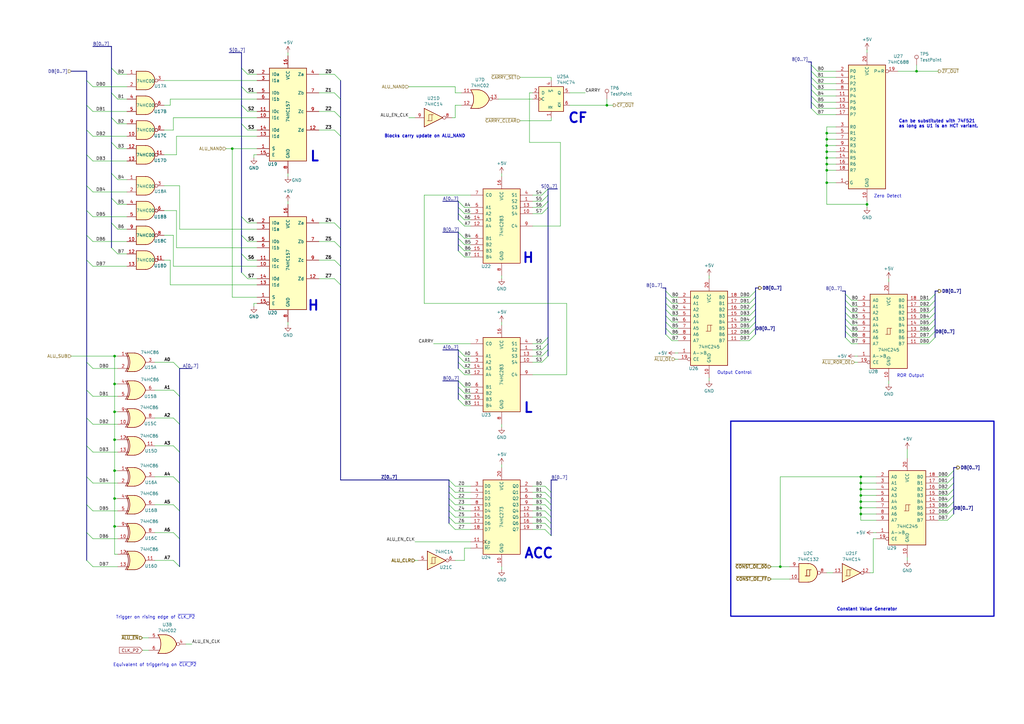
<source format=kicad_sch>
(kicad_sch (version 20231120) (generator "eeschema") (generator_version "8.0")
  (paper "A3")
  (title_block (title "TCPU816") (date "2025-01-31") (rev "1.1") (company "Designed by Kevin Williams - toastland.net") (comment 1 "STILL UNDER DEVELOPMENT"))
  (junction (at 46.99 193.04))
  (junction (at 339.09 59.69))
  (junction (at 353.06 200.66))
  (junction (at 95.25 60.96))
  (junction (at 353.06 195.58))
  (junction (at 46.99 215.9))
  (junction (at 339.09 74.93))
  (junction (at 339.09 64.77))
  (junction (at 353.06 210.82))
  (junction (at 355.6 83.82))
  (junction (at 353.06 205.74))
  (junction (at 353.06 203.2))
  (junction (at 320.04 232.41))
  (junction (at 248.92 43.18))
  (junction (at 339.09 54.61))
  (junction (at 339.09 62.23))
  (junction (at 46.99 204.47))
  (junction (at 375.92 29.21))
  (junction (at 46.99 168.91))
  (junction (at 46.99 157.48))
  (junction (at 339.09 67.31))
  (junction (at 353.06 208.28))
  (junction (at 339.09 57.15))
  (junction (at 339.09 69.85))
  (junction (at 46.99 146.05))
  (junction (at 353.06 198.12))
  (junction (at 46.99 180.34))
  (bus_entry (at 35.56 53.34) (size 2.54 2.54))
  (bus_entry (at 184.15 207.01) (size 2.54 2.54))
  (bus_entry (at 388.62 208.28) (size 2.54 -2.54))
  (bus_entry (at 222.25 148.59) (size 2.54 -2.54))
  (bus_entry (at 187.96 82.55) (size 2.54 2.54))
  (bus_entry (at 307.34 132.08) (size 2.54 -2.54))
  (bus_entry (at 184.15 212.09) (size 2.54 2.54))
  (bus_entry (at 137.16 106.68) (size 2.54 2.54))
  (bus_entry (at 99.06 88.9) (size 2.54 2.54))
  (bus_entry (at 273.05 124.46) (size 2.54 2.54))
  (bus_entry (at 187.96 151.13) (size 2.54 2.54))
  (bus_entry (at 223.52 207.01) (size 2.54 2.54))
  (bus_entry (at 99.06 96.52) (size 2.54 2.54))
  (bus_entry (at 307.34 124.46) (size 2.54 -2.54))
  (bus_entry (at 223.52 204.47) (size 2.54 2.54))
  (bus_entry (at 71.12 182.88) (size 2.54 2.54))
  (bus_entry (at 332.74 26.67) (size 2.54 2.54))
  (bus_entry (at 381 130.81) (size 2.54 -2.54))
  (bus_entry (at 381 128.27) (size 2.54 -2.54))
  (bus_entry (at 184.15 199.39) (size 2.54 2.54))
  (bus_entry (at 307.34 139.7) (size 2.54 -2.54))
  (bus_entry (at 35.56 106.68) (size 2.54 2.54))
  (bus_entry (at 222.25 87.63) (size 2.54 -2.54))
  (bus_entry (at 35.56 148.59) (size 2.54 2.54))
  (bus_entry (at 35.56 86.36) (size 2.54 2.54))
  (bus_entry (at 307.34 129.54) (size 2.54 -2.54))
  (bus_entry (at 332.74 34.29) (size 2.54 2.54))
  (bus_entry (at 184.15 209.55) (size 2.54 2.54))
  (bus_entry (at 45.72 48.26) (size 2.54 2.54))
  (bus_entry (at 346.71 123.19) (size 2.54 2.54))
  (bus_entry (at 71.12 195.58) (size 2.54 2.54))
  (bus_entry (at 187.96 102.87) (size 2.54 2.54))
  (bus_entry (at 99.06 43.18) (size 2.54 2.54))
  (bus_entry (at 273.05 121.92) (size 2.54 2.54))
  (bus_entry (at 187.96 143.51) (size 2.54 2.54))
  (bus_entry (at 187.96 146.05) (size 2.54 2.54))
  (bus_entry (at 45.72 91.44) (size 2.54 2.54))
  (bus_entry (at 35.56 195.58) (size 2.54 2.54))
  (bus_entry (at 222.25 140.97) (size 2.54 -2.54))
  (bus_entry (at 45.72 38.1) (size 2.54 2.54))
  (bus_entry (at 332.74 36.83) (size 2.54 2.54))
  (bus_entry (at 187.96 87.63) (size 2.54 2.54))
  (bus_entry (at 137.16 114.3) (size 2.54 2.54))
  (bus_entry (at 45.72 71.12) (size 2.54 2.54))
  (bus_entry (at 223.52 214.63) (size 2.54 2.54))
  (bus_entry (at 71.12 207.01) (size 2.54 2.54))
  (bus_entry (at 273.05 129.54) (size 2.54 2.54))
  (bus_entry (at 137.16 53.34) (size 2.54 2.54))
  (bus_entry (at 71.12 160.02) (size 2.54 2.54))
  (bus_entry (at 184.15 214.63) (size 2.54 2.54))
  (bus_entry (at 71.12 229.87) (size 2.54 2.54))
  (bus_entry (at 35.56 171.45) (size 2.54 2.54))
  (bus_entry (at 381 135.89) (size 2.54 -2.54))
  (bus_entry (at 187.96 161.29) (size 2.54 2.54))
  (bus_entry (at 71.12 171.45) (size 2.54 2.54))
  (bus_entry (at 184.15 201.93) (size 2.54 2.54))
  (bus_entry (at 99.06 50.8) (size 2.54 2.54))
  (bus_entry (at 187.96 163.83) (size 2.54 2.54))
  (bus_entry (at 71.12 148.59) (size 2.54 2.54))
  (bus_entry (at 346.71 135.89) (size 2.54 2.54))
  (bus_entry (at 222.25 85.09) (size 2.54 -2.54))
  (bus_entry (at 99.06 35.56) (size 2.54 2.54))
  (bus_entry (at 187.96 97.79) (size 2.54 2.54))
  (bus_entry (at 99.06 111.76) (size 2.54 2.54))
  (bus_entry (at 388.62 200.66) (size 2.54 -2.54))
  (bus_entry (at 332.74 29.21) (size 2.54 2.54))
  (bus_entry (at 223.52 217.17) (size 2.54 2.54))
  (bus_entry (at 71.12 218.44) (size 2.54 2.54))
  (bus_entry (at 99.06 104.14) (size 2.54 2.54))
  (bus_entry (at 137.16 30.48) (size 2.54 2.54))
  (bus_entry (at 273.05 134.62) (size 2.54 2.54))
  (bus_entry (at 223.52 199.39) (size 2.54 2.54))
  (bus_entry (at 35.56 76.2) (size 2.54 2.54))
  (bus_entry (at 332.74 41.91) (size 2.54 2.54))
  (bus_entry (at 35.56 63.5) (size 2.54 2.54))
  (bus_entry (at 346.71 128.27) (size 2.54 2.54))
  (bus_entry (at 346.71 138.43) (size 2.54 2.54))
  (bus_entry (at 35.56 207.01) (size 2.54 2.54))
  (bus_entry (at 388.62 210.82) (size 2.54 -2.54))
  (bus_entry (at 187.96 158.75) (size 2.54 2.54))
  (bus_entry (at 273.05 132.08) (size 2.54 2.54))
  (bus_entry (at 307.34 137.16) (size 2.54 -2.54))
  (bus_entry (at 45.72 27.94) (size 2.54 2.54))
  (bus_entry (at 381 123.19) (size 2.54 -2.54))
  (bus_entry (at 187.96 85.09) (size 2.54 2.54))
  (bus_entry (at 388.62 203.2) (size 2.54 -2.54))
  (bus_entry (at 222.25 143.51) (size 2.54 -2.54))
  (bus_entry (at 137.16 38.1) (size 2.54 2.54))
  (bus_entry (at 223.52 201.93) (size 2.54 2.54))
  (bus_entry (at 388.62 195.58) (size 2.54 -2.54))
  (bus_entry (at 222.25 80.01) (size 2.54 -2.54))
  (bus_entry (at 184.15 204.47) (size 2.54 2.54))
  (bus_entry (at 307.34 134.62) (size 2.54 -2.54))
  (bus_entry (at 332.74 31.75) (size 2.54 2.54))
  (bus_entry (at 388.62 205.74) (size 2.54 -2.54))
  (bus_entry (at 187.96 95.25) (size 2.54 2.54))
  (bus_entry (at 346.71 133.35) (size 2.54 2.54))
  (bus_entry (at 45.72 81.28) (size 2.54 2.54))
  (bus_entry (at 307.34 121.92) (size 2.54 -2.54))
  (bus_entry (at 35.56 160.02) (size 2.54 2.54))
  (bus_entry (at 273.05 119.38) (size 2.54 2.54))
  (bus_entry (at 222.25 82.55) (size 2.54 -2.54))
  (bus_entry (at 184.15 196.85) (size 2.54 2.54))
  (bus_entry (at 187.96 90.17) (size 2.54 2.54))
  (bus_entry (at 137.16 99.06) (size 2.54 2.54))
  (bus_entry (at 346.71 130.81) (size 2.54 2.54))
  (bus_entry (at 381 140.97) (size 2.54 -2.54))
  (bus_entry (at 388.62 213.36) (size 2.54 -2.54))
  (bus_entry (at 381 133.35) (size 2.54 -2.54))
  (bus_entry (at 222.25 146.05) (size 2.54 -2.54))
  (bus_entry (at 137.16 91.44) (size 2.54 2.54))
  (bus_entry (at 137.16 45.72) (size 2.54 2.54))
  (bus_entry (at 35.56 43.18) (size 2.54 2.54))
  (bus_entry (at 273.05 137.16) (size 2.54 2.54))
  (bus_entry (at 223.52 209.55) (size 2.54 2.54))
  (bus_entry (at 99.06 27.94) (size 2.54 2.54))
  (bus_entry (at 332.74 44.45) (size 2.54 2.54))
  (bus_entry (at 187.96 156.21) (size 2.54 2.54))
  (bus_entry (at 223.52 212.09) (size 2.54 2.54))
  (bus_entry (at 35.56 182.88) (size 2.54 2.54))
  (bus_entry (at 273.05 127) (size 2.54 2.54))
  (bus_entry (at 187.96 148.59) (size 2.54 2.54))
  (bus_entry (at 187.96 100.33) (size 2.54 2.54))
  (bus_entry (at 35.56 33.02) (size 2.54 2.54))
  (bus_entry (at 307.34 127) (size 2.54 -2.54))
  (bus_entry (at 35.56 96.52) (size 2.54 2.54))
  (bus_entry (at 381 138.43) (size 2.54 -2.54))
  (bus_entry (at 45.72 58.42) (size 2.54 2.54))
  (bus_entry (at 388.62 198.12) (size 2.54 -2.54))
  (bus_entry (at 346.71 125.73) (size 2.54 2.54))
  (bus_entry (at 332.74 39.37) (size 2.54 2.54))
  (bus_entry (at 346.71 120.65) (size 2.54 2.54))
  (bus_entry (at 35.56 229.87) (size 2.54 2.54))
  (bus_entry (at 35.56 218.44) (size 2.54 2.54))
  (bus_entry (at 45.72 101.6) (size 2.54 2.54))
  (bus_entry (at 381 125.73) (size 2.54 -2.54))
  (wire (pts (xy 316.23 232.41) (xy 320.04 232.41)))
  (bus (pts (xy 45.72 19.05) (xy 45.72 27.94)))
  (wire (pts (xy 275.59 127) (xy 278.13 127)))
  (wire (pts (xy 358.14 218.44) (xy 359.41 218.44)))
  (wire (pts (xy 185.42 48.26) (xy 186.69 48.26)))
  (wire (pts (xy 232.41 153.67) (xy 232.41 124.46)))
  (wire (pts (xy 384.81 200.66) (xy 388.62 200.66)))
  (bus (pts (xy 45.72 38.1) (xy 45.72 48.26)))
  (wire (pts (xy 218.44 201.93) (xy 223.52 201.93)))
  (wire (pts (xy 190.5 100.33) (xy 193.04 100.33)))
  (wire (pts (xy 95.25 121.92) (xy 95.25 60.96)))
  (wire (pts (xy 71.12 109.22) (xy 71.12 96.52)))
  (wire (pts (xy 38.1 99.06) (xy 52.07 99.06)))
  (bus (pts (xy 73.66 185.42) (xy 73.66 198.12)))
  (bus (pts (xy 332.74 36.83) (xy 332.74 34.29)))
  (wire (pts (xy 205.74 71.12) (xy 205.74 72.39)))
  (wire (pts (xy 248.92 43.18) (xy 251.46 43.18)))
  (bus (pts (xy 187.96 90.17) (xy 187.96 87.63)))
  (wire (pts (xy 105.41 101.6) (xy 72.39 101.6)))
  (bus (pts (xy 226.06 217.17) (xy 226.06 219.71)))
  (bus (pts (xy 99.06 43.18) (xy 99.06 50.8)))
  (wire (pts (xy 233.68 43.18) (xy 248.92 43.18)))
  (bus (pts (xy 391.16 193.04) (xy 391.16 191.77)))
  (wire (pts (xy 130.81 114.3) (xy 137.16 114.3)))
  (wire (pts (xy 76.2 264.16) (xy 78.74 264.16)))
  (wire (pts (xy 218.44 143.51) (xy 222.25 143.51)))
  (wire (pts (xy 48.26 193.04) (xy 46.99 193.04)))
  (bus (pts (xy 35.56 207.01) (xy 35.56 218.44)))
  (wire (pts (xy 48.26 93.98) (xy 52.07 93.98)))
  (wire (pts (xy 335.28 36.83) (xy 342.9 36.83)))
  (bus (pts (xy 139.7 55.88) (xy 139.7 93.98)))
  (wire (pts (xy 63.5 171.45) (xy 71.12 171.45)))
  (wire (pts (xy 101.6 53.34) (xy 105.41 53.34)))
  (wire (pts (xy 375.92 26.67) (xy 375.92 29.21)))
  (wire (pts (xy 217.17 58.42) (xy 217.17 38.1)))
  (bus (pts (xy 93.98 21.59) (xy 99.06 21.59)))
  (bus (pts (xy 226.06 201.93) (xy 226.06 204.47)))
  (bus (pts (xy 271.78 118.11) (xy 273.05 118.11)))
  (bus (pts (xy 99.06 27.94) (xy 99.06 35.56)))
  (wire (pts (xy 339.09 234.95) (xy 341.63 234.95)))
  (wire (pts (xy 218.44 153.67) (xy 232.41 153.67)))
  (bus (pts (xy 187.96 163.83) (xy 187.96 161.29)))
  (bus (pts (xy 184.15 204.47) (xy 184.15 207.01)))
  (bus (pts (xy 184.15 209.55) (xy 184.15 212.09)))
  (wire (pts (xy 353.06 205.74) (xy 353.06 208.28)))
  (wire (pts (xy 275.59 132.08) (xy 278.13 132.08)))
  (wire (pts (xy 130.81 30.48) (xy 137.16 30.48)))
  (bus (pts (xy 224.79 82.55) (xy 224.79 85.09)))
  (bus (pts (xy 273.05 121.92) (xy 273.05 119.38)))
  (wire (pts (xy 213.36 31.75) (xy 226.06 31.75)))
  (wire (pts (xy 71.12 48.26) (xy 105.41 48.26)))
  (wire (pts (xy 95.25 60.96) (xy 105.41 60.96)))
  (bus (pts (xy 273.05 119.38) (xy 273.05 118.11)))
  (wire (pts (xy 353.06 213.36) (xy 359.41 213.36)))
  (wire (pts (xy 38.1 162.56) (xy 48.26 162.56)))
  (bus (pts (xy 45.72 81.28) (xy 45.72 91.44)))
  (wire (pts (xy 46.99 215.9) (xy 46.99 204.47)))
  (bus (pts (xy 139.7 196.85) (xy 184.15 196.85)))
  (wire (pts (xy 177.8 140.97) (xy 193.04 140.97)))
  (wire (pts (xy 190.5 151.13) (xy 193.04 151.13)))
  (wire (pts (xy 339.09 57.15) (xy 342.9 57.15)))
  (bus (pts (xy 139.7 40.64) (xy 139.7 48.26)))
  (wire (pts (xy 213.36 49.53) (xy 226.06 49.53)))
  (wire (pts (xy 218.44 140.97) (xy 222.25 140.97)))
  (bus (pts (xy 99.06 35.56) (xy 99.06 43.18)))
  (bus (pts (xy 273.05 134.62) (xy 273.05 132.08)))
  (wire (pts (xy 276.86 147.32) (xy 278.13 147.32)))
  (bus (pts (xy 187.96 146.05) (xy 187.96 143.51)))
  (bus (pts (xy 383.54 130.81) (xy 383.54 128.27)))
  (wire (pts (xy 342.9 52.07) (xy 339.09 52.07)))
  (bus (pts (xy 224.79 146.05) (xy 224.79 143.51)))
  (bus (pts (xy 309.88 134.62) (xy 309.88 132.08)))
  (wire (pts (xy 190.5 158.75) (xy 193.04 158.75)))
  (wire (pts (xy 190.5 153.67) (xy 193.04 153.67)))
  (wire (pts (xy 48.26 204.47) (xy 46.99 204.47)))
  (wire (pts (xy 48.26 227.33) (xy 46.99 227.33)))
  (wire (pts (xy 46.99 204.47) (xy 46.99 193.04)))
  (wire (pts (xy 69.85 106.68) (xy 69.85 116.84)))
  (wire (pts (xy 101.6 38.1) (xy 105.41 38.1)))
  (bus (pts (xy 187.96 148.59) (xy 187.96 146.05)))
  (wire (pts (xy 48.26 215.9) (xy 46.99 215.9)))
  (wire (pts (xy 38.1 88.9) (xy 52.07 88.9)))
  (wire (pts (xy 358.14 234.95) (xy 358.14 220.98)))
  (bus (pts (xy 139.7 101.6) (xy 139.7 109.22)))
  (wire (pts (xy 101.6 106.68) (xy 105.41 106.68)))
  (wire (pts (xy 377.19 135.89) (xy 381 135.89)))
  (wire (pts (xy 226.06 49.53) (xy 226.06 48.26)))
  (wire (pts (xy 218.44 217.17) (xy 223.52 217.17)))
  (wire (pts (xy 384.81 210.82) (xy 388.62 210.82)))
  (wire (pts (xy 48.26 30.48) (xy 52.07 30.48)))
  (wire (pts (xy 63.5 160.02) (xy 71.12 160.02)))
  (bus (pts (xy 45.72 58.42) (xy 45.72 71.12)))
  (bus (pts (xy 73.66 198.12) (xy 73.66 209.55)))
  (wire (pts (xy 104.14 63.5) (xy 105.41 63.5)))
  (bus (pts (xy 273.05 127) (xy 273.05 124.46)))
  (bus (pts (xy 35.56 160.02) (xy 35.56 171.45)))
  (wire (pts (xy 339.09 74.93) (xy 339.09 83.82)))
  (bus (pts (xy 309.88 132.08) (xy 309.88 129.54)))
  (wire (pts (xy 72.39 101.6) (xy 72.39 86.36)))
  (bus (pts (xy 99.06 50.8) (xy 99.06 88.9)))
  (bus (pts (xy 226.06 209.55) (xy 226.06 212.09)))
  (wire (pts (xy 218.44 209.55) (xy 223.52 209.55)))
  (bus (pts (xy 139.7 33.02) (xy 139.7 40.64)))
  (wire (pts (xy 190.5 224.79) (xy 193.04 224.79)))
  (wire (pts (xy 377.19 133.35) (xy 381 133.35)))
  (wire (pts (xy 167.64 35.56) (xy 186.69 35.56)))
  (wire (pts (xy 303.53 132.08) (xy 307.34 132.08)))
  (bus (pts (xy 139.7 48.26) (xy 139.7 55.88)))
  (wire (pts (xy 364.49 114.3) (xy 364.49 115.57)))
  (wire (pts (xy 205.74 132.08) (xy 205.74 133.35)))
  (wire (pts (xy 218.44 207.01) (xy 223.52 207.01)))
  (wire (pts (xy 339.09 74.93) (xy 342.9 74.93)))
  (bus (pts (xy 224.79 82.55) (xy 224.79 80.01)))
  (wire (pts (xy 377.19 130.81) (xy 381 130.81)))
  (wire (pts (xy 339.09 59.69) (xy 342.9 59.69)))
  (bus (pts (xy 383.54 125.73) (xy 383.54 123.19)))
  (wire (pts (xy 335.28 46.99) (xy 342.9 46.99)))
  (wire (pts (xy 101.6 45.72) (xy 105.41 45.72)))
  (bus (pts (xy 35.56 106.68) (xy 35.56 148.59)))
  (wire (pts (xy 353.06 210.82) (xy 353.06 213.36)))
  (wire (pts (xy 118.11 71.12) (xy 118.11 72.39)))
  (wire (pts (xy 105.41 109.22) (xy 71.12 109.22)))
  (wire (pts (xy 353.06 203.2) (xy 359.41 203.2)))
  (bus (pts (xy 35.56 53.34) (xy 35.56 63.5)))
  (bus (pts (xy 73.66 162.56) (xy 73.66 173.99)))
  (wire (pts (xy 377.19 140.97) (xy 381 140.97)))
  (bus (pts (xy 45.72 27.94) (xy 45.72 38.1)))
  (bus (pts (xy 391.16 205.74) (xy 391.16 203.2)))
  (wire (pts (xy 355.6 20.32) (xy 355.6 21.59)))
  (wire (pts (xy 353.06 208.28) (xy 359.41 208.28)))
  (wire (pts (xy 38.1 55.88) (xy 52.07 55.88)))
  (wire (pts (xy 38.1 151.13) (xy 48.26 151.13)))
  (bus (pts (xy 226.06 207.01) (xy 226.06 209.55)))
  (bus (pts (xy 139.7 109.22) (xy 139.7 116.84)))
  (wire (pts (xy 359.41 195.58) (xy 353.06 195.58)))
  (bus (pts (xy 187.96 158.75) (xy 187.96 156.21)))
  (wire (pts (xy 46.99 146.05) (xy 46.99 157.48)))
  (wire (pts (xy 339.09 69.85) (xy 342.9 69.85)))
  (wire (pts (xy 130.81 106.68) (xy 137.16 106.68)))
  (bus (pts (xy 226.06 196.85) (xy 228.6 196.85)))
  (wire (pts (xy 190.5 105.41) (xy 193.04 105.41)))
  (wire (pts (xy 358.14 220.98) (xy 359.41 220.98)))
  (wire (pts (xy 355.6 83.82) (xy 355.6 82.55)))
  (wire (pts (xy 105.41 116.84) (xy 69.85 116.84)))
  (bus (pts (xy 99.06 96.52) (xy 99.06 104.14)))
  (bus (pts (xy 226.06 212.09) (xy 226.06 214.63)))
  (wire (pts (xy 339.09 67.31) (xy 339.09 69.85)))
  (wire (pts (xy 193.04 222.25) (xy 170.18 222.25)))
  (wire (pts (xy 353.06 195.58) (xy 320.04 195.58)))
  (wire (pts (xy 353.06 195.58) (xy 353.06 198.12)))
  (wire (pts (xy 377.19 138.43) (xy 381 138.43)))
  (wire (pts (xy 38.1 45.72) (xy 52.07 45.72)))
  (bus (pts (xy 184.15 207.01) (xy 184.15 209.55)))
  (bus (pts (xy 383.54 138.43) (xy 383.54 135.89)))
  (bus (pts (xy 346.71 135.89) (xy 346.71 133.35)))
  (wire (pts (xy 303.53 137.16) (xy 307.34 137.16)))
  (wire (pts (xy 232.41 124.46) (xy 173.99 124.46)))
  (wire (pts (xy 349.25 138.43) (xy 351.79 138.43)))
  (wire (pts (xy 189.23 38.1) (xy 186.69 38.1)))
  (wire (pts (xy 218.44 92.71) (xy 229.87 92.71)))
  (wire (pts (xy 339.09 83.82) (xy 355.6 83.82)))
  (wire (pts (xy 38.1 232.41) (xy 48.26 232.41)))
  (wire (pts (xy 73.66 93.98) (xy 73.66 76.2)))
  (wire (pts (xy 58.42 266.7) (xy 60.96 266.7)))
  (wire (pts (xy 349.25 130.81) (xy 351.79 130.81)))
  (wire (pts (xy 72.39 55.88) (xy 72.39 63.5)))
  (wire (pts (xy 190.5 102.87) (xy 193.04 102.87)))
  (wire (pts (xy 186.69 214.63) (xy 193.04 214.63)))
  (wire (pts (xy 339.09 54.61) (xy 339.09 57.15)))
  (wire (pts (xy 48.26 60.96) (xy 52.07 60.96)))
  (wire (pts (xy 248.92 40.64) (xy 248.92 43.18)))
  (bus (pts (xy 35.56 33.02) (xy 35.56 43.18)))
  (bus (pts (xy 273.05 129.54) (xy 273.05 127)))
  (bus (pts (xy 181.61 143.51) (xy 187.96 143.51)))
  (wire (pts (xy 38.1 35.56) (xy 52.07 35.56)))
  (bus (pts (xy 35.56 148.59) (xy 35.56 160.02)))
  (bus (pts (xy 346.71 120.65) (xy 346.71 119.38)))
  (wire (pts (xy 218.44 82.55) (xy 222.25 82.55)))
  (bus (pts (xy 181.61 82.55) (xy 187.96 82.55)))
  (bus (pts (xy 332.74 44.45) (xy 332.74 41.91)))
  (bus (pts (xy 273.05 137.16) (xy 273.05 134.62)))
  (wire (pts (xy 353.06 210.82) (xy 359.41 210.82)))
  (wire (pts (xy 29.21 146.05) (xy 46.99 146.05)))
  (wire (pts (xy 170.18 229.87) (xy 171.45 229.87)))
  (wire (pts (xy 350.52 148.59) (xy 351.79 148.59)))
  (wire (pts (xy 384.81 198.12) (xy 388.62 198.12)))
  (wire (pts (xy 218.44 204.47) (xy 223.52 204.47)))
  (bus (pts (xy 309.88 118.11) (xy 311.15 118.11)))
  (wire (pts (xy 384.81 208.28) (xy 388.62 208.28)))
  (wire (pts (xy 48.26 83.82) (xy 52.07 83.82)))
  (wire (pts (xy 303.53 121.92) (xy 307.34 121.92)))
  (wire (pts (xy 353.06 203.2) (xy 353.06 205.74)))
  (bus (pts (xy 391.16 210.82) (xy 391.16 208.28)))
  (wire (pts (xy 290.83 113.03) (xy 290.83 114.3)))
  (wire (pts (xy 372.11 228.6) (xy 372.11 229.87)))
  (bus (pts (xy 181.61 156.21) (xy 187.96 156.21)))
  (wire (pts (xy 101.6 99.06) (xy 105.41 99.06)))
  (bus (pts (xy 35.56 29.21) (xy 35.56 33.02)))
  (wire (pts (xy 48.26 104.14) (xy 52.07 104.14)))
  (wire (pts (xy 38.1 66.04) (xy 52.07 66.04)))
  (wire (pts (xy 275.59 121.92) (xy 278.13 121.92)))
  (wire (pts (xy 58.42 261.62) (xy 60.96 261.62)))
  (bus (pts (xy 187.96 151.13) (xy 187.96 148.59)))
  (wire (pts (xy 186.69 229.87) (xy 190.5 229.87)))
  (bus (pts (xy 73.66 151.13) (xy 78.74 151.13)))
  (wire (pts (xy 356.87 234.95) (xy 358.14 234.95)))
  (bus (pts (xy 139.7 196.85) (xy 139.7 116.84)))
  (bus (pts (xy 346.71 128.27) (xy 346.71 125.73)))
  (bus (pts (xy 35.56 86.36) (xy 35.56 96.52)))
  (wire (pts (xy 130.81 91.44) (xy 137.16 91.44)))
  (wire (pts (xy 320.04 195.58) (xy 320.04 232.41)))
  (wire (pts (xy 92.71 60.96) (xy 95.25 60.96)))
  (wire (pts (xy 349.25 133.35) (xy 351.79 133.35)))
  (wire (pts (xy 186.69 212.09) (xy 193.04 212.09)))
  (wire (pts (xy 72.39 55.88) (xy 105.41 55.88)))
  (bus (pts (xy 35.56 182.88) (xy 35.56 195.58)))
  (wire (pts (xy 218.44 212.09) (xy 223.52 212.09)))
  (wire (pts (xy 218.44 87.63) (xy 222.25 87.63)))
  (wire (pts (xy 48.26 157.48) (xy 46.99 157.48)))
  (wire (pts (xy 335.28 44.45) (xy 342.9 44.45)))
  (wire (pts (xy 339.09 67.31) (xy 342.9 67.31)))
  (wire (pts (xy 48.26 50.8) (xy 52.07 50.8)))
  (wire (pts (xy 384.81 205.74) (xy 388.62 205.74)))
  (bus (pts (xy 391.16 195.58) (xy 391.16 193.04)))
  (wire (pts (xy 233.68 38.1) (xy 240.03 38.1)))
  (wire (pts (xy 186.69 217.17) (xy 193.04 217.17)))
  (wire (pts (xy 375.92 29.21) (xy 384.81 29.21)))
  (wire (pts (xy 339.09 57.15) (xy 339.09 59.69)))
  (wire (pts (xy 229.87 58.42) (xy 217.17 58.42)))
  (wire (pts (xy 190.5 148.59) (xy 193.04 148.59)))
  (wire (pts (xy 71.12 96.52) (xy 67.31 96.52)))
  (wire (pts (xy 217.17 38.1) (xy 218.44 38.1)))
  (wire (pts (xy 218.44 146.05) (xy 222.25 146.05)))
  (wire (pts (xy 72.39 63.5) (xy 67.31 63.5)))
  (wire (pts (xy 364.49 156.21) (xy 364.49 157.48)))
  (wire (pts (xy 48.26 168.91) (xy 46.99 168.91)))
  (wire (pts (xy 353.06 200.66) (xy 359.41 200.66)))
  (wire (pts (xy 63.5 182.88) (xy 71.12 182.88)))
  (wire (pts (xy 218.44 85.09) (xy 222.25 85.09)))
  (bus (pts (xy 346.71 125.73) (xy 346.71 123.19)))
  (wire (pts (xy 226.06 31.75) (xy 226.06 33.02)))
  (wire (pts (xy 204.47 40.64) (xy 218.44 40.64)))
  (bus (pts (xy 99.06 21.59) (xy 99.06 27.94)))
  (bus (pts (xy 391.16 203.2) (xy 391.16 200.66)))
  (wire (pts (xy 218.44 80.01) (xy 222.25 80.01)))
  (wire (pts (xy 372.11 184.15) (xy 372.11 187.96)))
  (bus (pts (xy 35.56 195.58) (xy 35.56 207.01)))
  (wire (pts (xy 368.3 29.21) (xy 375.92 29.21)))
  (wire (pts (xy 290.83 154.94) (xy 290.83 156.21)))
  (bus (pts (xy 332.74 29.21) (xy 332.74 26.67)))
  (wire (pts (xy 190.5 85.09) (xy 193.04 85.09)))
  (wire (pts (xy 46.99 157.48) (xy 46.99 168.91)))
  (wire (pts (xy 167.64 48.26) (xy 170.18 48.26)))
  (bus (pts (xy 35.56 76.2) (xy 35.56 86.36)))
  (bus (pts (xy 331.47 25.4) (xy 332.74 25.4)))
  (wire (pts (xy 63.5 195.58) (xy 71.12 195.58)))
  (bus (pts (xy 45.72 48.26) (xy 45.72 58.42)))
  (wire (pts (xy 353.06 198.12) (xy 353.06 200.66)))
  (wire (pts (xy 173.99 80.01) (xy 193.04 80.01)))
  (wire (pts (xy 104.14 125.73) (xy 104.14 124.46)))
  (wire (pts (xy 71.12 53.34) (xy 67.31 53.34)))
  (wire (pts (xy 205.74 190.5) (xy 205.74 191.77)))
  (wire (pts (xy 104.14 124.46) (xy 105.41 124.46)))
  (wire (pts (xy 63.5 229.87) (xy 71.12 229.87)))
  (wire (pts (xy 63.5 207.01) (xy 71.12 207.01)))
  (wire (pts (xy 349.25 123.19) (xy 351.79 123.19)))
  (wire (pts (xy 69.85 43.18) (xy 67.31 43.18)))
  (wire (pts (xy 335.28 34.29) (xy 342.9 34.29)))
  (wire (pts (xy 384.81 195.58) (xy 388.62 195.58)))
  (bus (pts (xy 187.96 85.09) (xy 187.96 82.55)))
  (wire (pts (xy 190.5 161.29) (xy 193.04 161.29)))
  (wire (pts (xy 105.41 121.92) (xy 95.25 121.92)))
  (bus (pts (xy 187.96 161.29) (xy 187.96 158.75)))
  (wire (pts (xy 349.25 135.89) (xy 351.79 135.89)))
  (wire (pts (xy 72.39 86.36) (xy 67.31 86.36)))
  (wire (pts (xy 69.85 40.64) (xy 69.85 43.18)))
  (wire (pts (xy 38.1 109.22) (xy 52.07 109.22)))
  (wire (pts (xy 355.6 83.82) (xy 355.6 85.09)))
  (bus (pts (xy 391.16 208.28) (xy 391.16 205.74)))
  (wire (pts (xy 349.25 140.97) (xy 351.79 140.97)))
  (bus (pts (xy 35.56 43.18) (xy 35.56 53.34)))
  (bus (pts (xy 35.56 171.45) (xy 35.56 182.88)))
  (wire (pts (xy 101.6 91.44) (xy 105.41 91.44)))
  (bus (pts (xy 332.74 41.91) (xy 332.74 39.37)))
  (wire (pts (xy 339.09 62.23) (xy 339.09 64.77)))
  (bus (pts (xy 35.56 96.52) (xy 35.56 106.68)))
  (bus (pts (xy 99.06 88.9) (xy 99.06 96.52)))
  (wire (pts (xy 186.69 38.1) (xy 186.69 35.56)))
  (wire (pts (xy 377.19 125.73) (xy 381 125.73)))
  (bus (pts (xy 383.54 128.27) (xy 383.54 125.73)))
  (bus (pts (xy 226.06 204.47) (xy 226.06 207.01)))
  (wire (pts (xy 349.25 128.27) (xy 351.79 128.27)))
  (wire (pts (xy 190.5 92.71) (xy 193.04 92.71)))
  (wire (pts (xy 275.59 137.16) (xy 278.13 137.16)))
  (wire (pts (xy 205.74 232.41) (xy 205.74 233.68)))
  (wire (pts (xy 303.53 124.46) (xy 307.34 124.46)))
  (bus (pts (xy 391.16 191.77) (xy 392.43 191.77)))
  (bus (pts (xy 187.96 100.33) (xy 187.96 97.79)))
  (wire (pts (xy 320.04 232.41) (xy 323.85 232.41)))
  (wire (pts (xy 48.26 73.66) (xy 52.07 73.66)))
  (wire (pts (xy 38.1 78.74) (xy 52.07 78.74)))
  (bus (pts (xy 35.56 63.5) (xy 35.56 76.2)))
  (wire (pts (xy 130.81 53.34) (xy 137.16 53.34)))
  (bus (pts (xy 273.05 124.46) (xy 273.05 121.92)))
  (bus (pts (xy 383.54 123.19) (xy 383.54 120.65)))
  (bus (pts (xy 391.16 200.66) (xy 391.16 198.12)))
  (wire (pts (xy 69.85 106.68) (xy 67.31 106.68)))
  (wire (pts (xy 63.5 148.59) (xy 71.12 148.59)))
  (bus (pts (xy 187.96 87.63) (xy 187.96 85.09)))
  (wire (pts (xy 353.06 198.12) (xy 359.41 198.12)))
  (bus (pts (xy 184.15 196.85) (xy 184.15 199.39)))
  (bus (pts (xy 224.79 143.51) (xy 224.79 140.97)))
  (bus (pts (xy 332.74 39.37) (xy 332.74 36.83)))
  (bus (pts (xy 391.16 198.12) (xy 391.16 195.58)))
  (bus (pts (xy 224.79 80.01) (xy 224.79 77.47)))
  (bus (pts (xy 139.7 93.98) (xy 139.7 101.6)))
  (wire (pts (xy 205.74 173.99) (xy 205.74 175.26)))
  (wire (pts (xy 67.31 33.02) (xy 105.41 33.02)))
  (bus (pts (xy 73.66 209.55) (xy 73.66 220.98)))
  (bus (pts (xy 45.72 71.12) (xy 45.72 81.28)))
  (wire (pts (xy 335.28 39.37) (xy 342.9 39.37)))
  (wire (pts (xy 339.09 64.77) (xy 339.09 67.31)))
  (wire (pts (xy 190.5 97.79) (xy 193.04 97.79)))
  (wire (pts (xy 38.1 198.12) (xy 48.26 198.12)))
  (wire (pts (xy 316.23 237.49) (xy 323.85 237.49)))
  (bus (pts (xy 309.88 129.54) (xy 309.88 127)))
  (bus (pts (xy 224.79 77.47) (xy 228.6 77.47)))
  (bus (pts (xy 383.54 120.65) (xy 383.54 119.38)))
  (wire (pts (xy 186.69 43.18) (xy 189.23 43.18)))
  (wire (pts (xy 186.69 204.47) (xy 193.04 204.47)))
  (wire (pts (xy 349.25 125.73) (xy 351.79 125.73)))
  (bus (pts (xy 383.54 135.89) (xy 383.54 133.35)))
  (wire (pts (xy 186.69 207.01) (xy 193.04 207.01)))
  (bus (pts (xy 346.71 138.43) (xy 346.71 135.89)))
  (wire (pts (xy 186.69 48.26) (xy 186.69 43.18)))
  (wire (pts (xy 190.5 229.87) (xy 190.5 224.79)))
  (bus (pts (xy 73.66 173.99) (xy 73.66 185.42)))
  (wire (pts (xy 218.44 214.63) (xy 223.52 214.63)))
  (wire (pts (xy 275.59 139.7) (xy 278.13 139.7)))
  (bus (pts (xy 309.88 124.46) (xy 309.88 121.92)))
  (bus (pts (xy 35.56 218.44) (xy 35.56 229.87)))
  (wire (pts (xy 46.99 193.04) (xy 46.99 180.34)))
  (wire (pts (xy 105.41 93.98) (xy 73.66 93.98)))
  (bus (pts (xy 29.21 29.21) (xy 35.56 29.21)))
  (bus (pts (xy 187.96 102.87) (xy 187.96 100.33)))
  (bus (pts (xy 187.96 97.79) (xy 187.96 95.25)))
  (wire (pts (xy 339.09 52.07) (xy 339.09 54.61)))
  (wire (pts (xy 190.5 87.63) (xy 193.04 87.63)))
  (wire (pts (xy 339.09 69.85) (xy 339.09 74.93)))
  (wire (pts (xy 130.81 38.1) (xy 137.16 38.1)))
  (wire (pts (xy 276.86 144.78) (xy 278.13 144.78)))
  (wire (pts (xy 339.09 62.23) (xy 342.9 62.23)))
  (bus (pts (xy 226.06 196.85) (xy 226.06 201.93)))
  (wire (pts (xy 335.28 41.91) (xy 342.9 41.91)))
  (wire (pts (xy 104.14 64.77) (xy 104.14 63.5)))
  (wire (pts (xy 186.69 201.93) (xy 193.04 201.93)))
  (bus (pts (xy 73.66 151.13) (xy 73.66 162.56)))
  (bus (pts (xy 224.79 140.97) (xy 224.79 138.43)))
  (wire (pts (xy 73.66 76.2) (xy 67.31 76.2)))
  (bus (pts (xy 184.15 199.39) (xy 184.15 201.93)))
  (bus (pts (xy 346.71 133.35) (xy 346.71 130.81)))
  (bus (pts (xy 383.54 133.35) (xy 383.54 130.81)))
  (bus (pts (xy 45.72 91.44) (xy 45.72 101.6)))
  (wire (pts (xy 339.09 54.61) (xy 342.9 54.61)))
  (wire (pts (xy 339.09 59.69) (xy 339.09 62.23)))
  (bus (pts (xy 38.1 19.05) (xy 45.72 19.05)))
  (bus (pts (xy 184.15 212.09) (xy 184.15 214.63)))
  (wire (pts (xy 48.26 40.64) (xy 52.07 40.64)))
  (wire (pts (xy 377.19 128.27) (xy 381 128.27)))
  (wire (pts (xy 353.06 205.74) (xy 359.41 205.74)))
  (wire (pts (xy 38.1 209.55) (xy 48.26 209.55)))
  (wire (pts (xy 130.81 99.06) (xy 137.16 99.06)))
  (wire (pts (xy 229.87 92.71) (xy 229.87 58.42)))
  (wire (pts (xy 69.85 40.64) (xy 105.41 40.64)))
  (wire (pts (xy 46.99 168.91) (xy 46.99 180.34)))
  (bus (pts (xy 332.74 34.29) (xy 332.74 31.75)))
  (bus (pts (xy 309.88 121.92) (xy 309.88 119.38)))
  (wire (pts (xy 205.74 113.03) (xy 205.74 114.3)))
  (wire (pts (xy 190.5 146.05) (xy 193.04 146.05)))
  (bus (pts (xy 226.06 214.63) (xy 226.06 217.17)))
  (wire (pts (xy 303.53 129.54) (xy 307.34 129.54)))
  (wire (pts (xy 218.44 199.39) (xy 223.52 199.39)))
  (wire (pts (xy 190.5 166.37) (xy 193.04 166.37)))
  (wire (pts (xy 339.09 64.77) (xy 342.9 64.77)))
  (wire (pts (xy 335.28 31.75) (xy 342.9 31.75)))
  (bus (pts (xy 309.88 127) (xy 309.88 124.46)))
  (wire (pts (xy 303.53 134.62) (xy 307.34 134.62)))
  (wire (pts (xy 335.28 29.21) (xy 342.9 29.21)))
  (bus (pts (xy 309.88 137.16) (xy 309.88 134.62)))
  (wire (pts (xy 275.59 134.62) (xy 278.13 134.62)))
  (wire (pts (xy 38.1 185.42) (xy 48.26 185.42)))
  (wire (pts (xy 173.99 124.46) (xy 173.99 80.01)))
  (wire (pts (xy 63.5 218.44) (xy 71.12 218.44)))
  (wire (pts (xy 118.11 132.08) (xy 118.11 133.35)))
  (wire (pts (xy 101.6 30.48) (xy 105.41 30.48)))
  (wire (pts (xy 350.52 146.05) (xy 351.79 146.05)))
  (bus (pts (xy 224.79 85.09) (xy 224.79 138.43)))
  (bus (pts (xy 181.61 95.25) (xy 187.96 95.25)))
  (wire (pts (xy 71.12 48.26) (xy 71.12 53.34)))
  (wire (pts (xy 218.44 148.59) (xy 222.25 148.59)))
  (wire (pts (xy 130.81 45.72) (xy 137.16 45.72)))
  (wire (pts (xy 118.11 82.55) (xy 118.11 83.82)))
  (wire (pts (xy 118.11 21.59) (xy 118.11 22.86)))
  (wire (pts (xy 353.06 200.66) (xy 353.06 203.2)))
  (wire (pts (xy 275.59 129.54) (xy 278.13 129.54)))
  (wire (pts (xy 353.06 208.28) (xy 353.06 210.82)))
  (wire (pts (xy 190.5 90.17) (xy 193.04 90.17)))
  (bus (pts (xy 383.54 119.38) (xy 384.81 119.38)))
  (bus (pts (xy 309.88 119.38) (xy 309.88 118.11)))
  (wire (pts (xy 377.19 123.19) (xy 381 123.19)))
  (bus (pts (xy 273.05 132.08) (xy 273.05 129.54)))
  (bus (pts (xy 73.66 220.98) (xy 73.66 232.41)))
  (wire (pts (xy 186.69 199.39) (xy 193.04 199.39)))
  (wire (pts (xy 190.5 163.83) (xy 193.04 163.83)))
  (wire (pts (xy 186.69 209.55) (xy 193.04 209.55)))
  (bus (pts (xy 99.06 104.14) (xy 99.06 111.76)))
  (wire (pts (xy 48.26 146.05) (xy 46.99 146.05)))
  (wire (pts (xy 46.99 227.33) (xy 46.99 215.9)))
  (wire (pts (xy 303.53 127) (xy 307.34 127)))
  (bus (pts (xy 332.74 31.75) (xy 332.74 29.21)))
  (wire (pts (xy 384.81 203.2) (xy 388.62 203.2)))
  (wire (pts (xy 38.1 173.99) (xy 48.26 173.99)))
  (bus (pts (xy 332.74 26.67) (xy 332.74 25.4)))
  (wire (pts (xy 101.6 114.3) (xy 105.41 114.3)))
  (bus (pts (xy 346.71 130.81) (xy 346.71 128.27)))
  (wire (pts (xy 303.53 139.7) (xy 307.34 139.7)))
  (wire (pts (xy 384.81 213.36) (xy 388.62 213.36)))
  (wire (pts (xy 46.99 180.34) (xy 48.26 180.34)))
  (bus (pts (xy 345.44 119.38) (xy 346.71 119.38)))
  (wire (pts (xy 38.1 220.98) (xy 48.26 220.98)))
  (wire (pts (xy 275.59 124.46) (xy 278.13 124.46)))
  (bus (pts (xy 346.71 123.19) (xy 346.71 120.65)))
  (bus (pts (xy 184.15 201.93) (xy 184.15 204.47)))
  (rectangle (start 299.72 172.72) (end 407.67 252.73) (stroke (width 0.5)))
  (text "ROR Output" (at 367.792 154.178 0) (effects (font (size 1.27 1.27)) (justify left)))
  (text "Trigger on rising edge of ~{CLK_P2}" (at 63.754 253.238 0) (effects (font (size 1.27 1.27))))
  (text "L" (at 216.662 167.386 0) (effects (font (size 4 4) (thickness 0.8) (bold yes))))
  (text "H" (at 128.524 125.476 0) (effects (font (size 4 4) (thickness 0.8) (bold yes))))
  (text "Blocks carry update on ALU_NAND" (at 174.244 55.88 0) (effects (font (size 1.27 1.27) (thickness 0.254) (bold yes))))
  (text "H" (at 216.662 105.918 0) (effects (font (size 4 4) (thickness 0.8) (bold yes))))
  (text "L" (at 129.032 64.262 0) (effects (font (size 4 4) (thickness 0.8) (bold yes))))
  (text "ACC" (at 220.98 227.076 0) (effects (font (size 4 4) (thickness 0.8) (bold yes))))
  (text "Constant Value Generator" (at 355.6 249.936 0) (effects (font (size 1.27 1.27) (thickness 0.254) (bold yes))))
  (text "Zero Detect\n" (at 358.394 80.518 0) (effects (font (size 1.27 1.27)) (justify left)))
  (text "Can be substituted with 74F521 \nas long as U1 is an HCT variant.\n" (at 368.554 50.8 0) (effects (font (size 1.27 1.27) (thickness 0.254) (bold yes)) (justify left)))
  (text "CF\n" (at 236.982 48.514 0) (effects (font (size 4 4) (thickness 0.8) (bold yes))))
  (text "Output Control" (at 294.132 152.908 0) (effects (font (size 1.27 1.27)) (justify left)))
  (text "Equivalent of triggering on ~{CLK_P2}" (at 63.5 272.796 0) (effects (font (size 1.27 1.27))))
  (label "DB5" (at 384.81 208.28 0))
  (label "CARRY" (at 177.8 140.97 180))
  (label "DB2" (at 39.37 55.88 0))
  (label "B3" (at 335.28 36.83 0))
  (label "B5" (at 275.59 134.62 0))
  (label "B1" (at 219.71 201.93 0))
  (label "DB5" (at 40.64 209.55 0))
  (label "A1" (at 190.5 148.59 0))
  (label "A[0..7]" (at 181.61 82.55 0))
  (label "DB5" (at 303.53 134.62 0))
  (label "DB4" (at 384.81 205.74 0))
  (label "DB0" (at 39.37 35.56 0))
  (label "DB2" (at 377.19 125.73 0))
  (label "B6" (at 335.28 44.45 0))
  (label "B5" (at 219.71 212.09 0))
  (label "B4" (at 275.59 132.08 0))
  (label "B7" (at 275.59 139.7 0))
  (label "S1" (at 219.71 143.51 0))
  (label "Z5" (at 133.35 99.06 0) (effects (font (bold yes))))
  (label "DB[0..7]" (at 309.88 135.89 0) (effects (font (bold yes))))
  (label "A1" (at 67.31 160.02 0) (effects (font (bold yes))))
  (label "DB3" (at 303.53 129.54 0))
  (label "Z4" (at 187.96 209.55 0))
  (label "B2" (at 48.26 50.8 0))
  (label "DB2" (at 303.53 127 0))
  (label "S5" (at 219.71 82.55 0))
  (label "B6" (at 275.59 137.16 0))
  (label "B7" (at 48.26 104.14 0))
  (label "A[0..7]" (at 74.93 151.13 0))
  (label "DB6" (at 40.64 220.98 0))
  (label "S1" (at 101.6 38.1 0) (effects (font (bold yes))))
  (label "A4" (at 67.31 195.58 0) (effects (font (bold yes))))
  (label "B6" (at 219.71 214.63 0))
  (label "B7" (at 190.5 105.41 0))
  (label "B3" (at 48.26 60.96 0))
  (label "Z6" (at 133.35 106.68 0) (effects (font (bold yes))))
  (label "A6" (at 67.31 218.44 0) (effects (font (bold yes))))
  (label "A5" (at 190.5 87.63 0))
  (label "CARRY" (at 240.03 38.1 0))
  (label "DB7" (at 303.53 139.7 0))
  (label "B4" (at 48.26 73.66 0))
  (label "DB6" (at 39.37 99.06 0))
  (label "B7" (at 349.25 140.97 0))
  (label "B4" (at 349.25 133.35 0))
  (label "S0" (at 219.71 140.97 0))
  (label "DB7" (at 377.19 138.43 0))
  (label "DB3" (at 40.64 185.42 0))
  (label "A6" (at 190.5 90.17 0))
  (label "B[0..7]" (at 181.61 156.21 0))
  (label "A2" (at 67.31 171.45 0) (effects (font (bold yes))))
  (label "DB3" (at 384.81 203.2 0))
  (label "ALU_EN_CLK" (at 170.18 222.25 180))
  (label "B3" (at 219.71 207.01 0))
  (label "S0" (at 101.6 30.48 0) (effects (font (bold yes))))
  (label "DB4" (at 40.64 198.12 0))
  (label "DB1" (at 40.64 162.56 0))
  (label "B5" (at 349.25 135.89 0))
  (label "ALU_EN_CLK" (at 78.74 264.16 0))
  (label "DB4" (at 39.37 78.74 0))
  (label "DB0" (at 377.19 140.97 0))
  (label "B[0..7]" (at 271.78 118.11 180))
  (label "B3" (at 349.25 130.81 0))
  (label "B4" (at 219.71 209.55 0))
  (label "S6" (at 219.71 85.09 0))
  (label "DB2" (at 384.81 200.66 0))
  (label "B5" (at 335.28 41.91 0))
  (label "Z2" (at 187.96 204.47 0))
  (label "S5" (at 101.6 99.06 0) (effects (font (bold yes))))
  (label "B3" (at 190.5 166.37 0))
  (label "B1" (at 48.26 40.64 0))
  (label "B2" (at 190.5 163.83 0))
  (label "Z0" (at 133.35 30.48 0) (effects (font (bold yes))))
  (label "Z6" (at 187.96 214.63 0))
  (label "B2" (at 275.59 127 0))
  (label "S7" (at 101.6 114.3 0) (effects (font (bold yes))))
  (label "DB1" (at 377.19 123.19 0))
  (label "B5" (at 190.5 100.33 0))
  (label "DB3" (at 39.37 66.04 0))
  (label "B4" (at 190.5 97.79 0))
  (label "DB0" (at 40.64 151.13 0))
  (label "S[0..7]" (at 228.6 77.47 180))
  (label "Z3" (at 187.96 207.01 0))
  (label "B1" (at 275.59 124.46 0))
  (label "Z5" (at 187.96 212.09 0))
  (label "DB6" (at 384.81 210.82 0))
  (label "DB7" (at 384.81 213.36 0))
  (label "S3" (at 101.6 53.34 0) (effects (font (bold yes))))
  (label "DB0" (at 384.81 195.58 0))
  (label "DB2" (at 40.64 173.99 0))
  (label "B1" (at 335.28 31.75 0))
  (label "A2" (at 190.5 151.13 0))
  (label "B1" (at 190.5 161.29 0))
  (label "A[0..7]" (at 181.61 143.51 0))
  (label "DB7" (at 39.37 109.22 0))
  (label "B6" (at 48.26 93.98 0))
  (label "B6" (at 190.5 102.87 0))
  (label "B6" (at 349.25 138.43 0))
  (label "B[0..7]" (at 38.1 19.05 0))
  (label "DB[0..7]" (at 391.16 209.55 0) (effects (font (bold yes))))
  (label "B0" (at 219.71 199.39 0))
  (label "B0" (at 349.25 123.19 0))
  (label "Z1" (at 133.35 38.1 0) (effects (font (bold yes))))
  (label "B[0..7]" (at 331.47 25.4 180))
  (label "Z7" (at 133.35 114.3 0) (effects (font (bold yes))))
  (label "Z[0..7]" (at 156.21 196.85 0) (effects (font (thickness 0.254) (bold yes))))
  (label "A3" (at 190.5 153.67 0))
  (label "S7" (at 219.71 87.63 0))
  (label "DB5" (at 39.37 88.9 0))
  (label "B0" (at 335.28 29.21 0))
  (label "B3" (at 275.59 129.54 0))
  (label "DB6" (at 377.19 135.89 0))
  (label "DB1" (at 303.53 124.46 0))
  (label "DB6" (at 303.53 137.16 0))
  (label "A7" (at 67.31 229.87 0) (effects (font (bold yes))))
  (label "B2" (at 335.28 34.29 0))
  (label "B2" (at 219.71 204.47 0))
  (label "DB7" (at 40.64 232.41 0))
  (label "Z2" (at 133.35 45.72 0) (effects (font (bold yes))))
  (label "DB4" (at 303.53 132.08 0))
  (label "S4" (at 101.6 91.44 0) (effects (font (bold yes))))
  (label "S3" (at 219.71 148.59 0))
  (label "A7" (at 190.5 92.71 0))
  (label "S[0..7]" (at 93.98 21.59 0))
  (label "DB0" (at 303.53 121.92 0))
  (label "B5" (at 48.26 83.82 0))
  (label "B0" (at 275.59 121.92 0))
  (label "S6" (at 101.6 106.68 0) (effects (font (bold yes))))
  (label "B[0..7]" (at 226.06 196.85 0))
  (label "A5" (at 67.31 207.01 0) (effects (font (bold yes))))
  (label "B2" (at 349.25 128.27 0))
  (label "A4" (at 190.5 85.09 0))
  (label "B[0..7]" (at 345.44 119.38 180))
  (label "B7" (at 219.71 217.17 0))
  (label "A3" (at 67.31 182.88 0) (effects (font (bold yes))))
  (label "Z3" (at 133.35 53.34 0) (effects (font (bold yes))))
  (label "DB3" (at 377.19 128.27 0))
  (label "ALU_EN_CLK" (at 167.64 48.26 180))
  (label "B7" (at 335.28 46.99 0))
  (label "Z4" (at 133.35 91.44 0) (effects (font (bold yes))))
  (label "DB1" (at 39.37 45.72 0))
  (label "DB4" (at 377.19 130.81 0))
  (label "DB5" (at 377.19 133.35 0))
  (label "S2" (at 219.71 146.05 0))
  (label "A0" (at 67.31 148.59 0) (effects (font (bold yes))))
  (label "B[0..7]" (at 181.61 95.25 0))
  (label "DB1" (at 384.81 198.12 0))
  (label "Z1" (at 187.96 201.93 0))
  (label "B0" (at 190.5 158.75 0))
  (label "Z7" (at 187.96 217.17 0))
  (label "Z0" (at 187.96 199.39 0))
  (label "B4" (at 335.28 39.37 0))
  (label "A0" (at 190.5 146.05 0))
  (label "S2" (at 101.6 45.72 0) (effects (font (bold yes))))
  (label "B0" (at 48.26 30.48 0))
  (label "DB[0..7]" (at 383.54 137.16 0) (effects (font (bold yes))))
  (label "B1" (at 349.25 125.73 0))
  (label "S4" (at 219.71 80.01 0))
  (global_label "CLK_P2" (shape input) (at 58.42 266.7 180) (property "Intersheetrefs" "${INTERSHEET_REFS}" (effects (hide yes))))
  (hierarchical_label "~{ZF_OUT}" (shape output) (at 384.81 29.21 0))
  (hierarchical_label "DB[0..7]" (shape output) (at 384.81 119.38 0) (effects (font (bold yes))))
  (hierarchical_label "DB[0..7]" (shape output) (at 392.43 191.77 0) (effects (font (bold yes))))
  (hierarchical_label "DB[0..7]" (shape output) (at 311.15 118.11 0) (effects (font (bold yes))))
  (hierarchical_label "~{~{ALU_EN}}" (shape input) (at 58.42 261.62 180) (effects (font (bold yes))))
  (hierarchical_label "~{CARRY_SET}" (shape input) (at 213.36 31.75 180))
  (hierarchical_label "ALU_CLR" (shape input) (at 170.18 229.87 180) (effects (font (bold yes))))
  (hierarchical_label "ALU_SUB" (shape input) (at 29.21 146.05 180))
  (hierarchical_label "~{CONST_OE_FF}" (shape input) (at 316.23 237.49 180) (effects (font (thickness 0.254) (bold yes))))
  (hierarchical_label "DB[0..7]" (shape input) (at 29.21 29.21 180))
  (hierarchical_label "~{CF_OUT}" (shape output) (at 251.46 43.18 0))
  (hierarchical_label "~{ALU_ROR_OE}" (shape input) (at 350.52 148.59 180))
  (hierarchical_label "~{CONST_OE_00}" (shape input) (at 316.23 232.41 180) (effects (font (thickness 0.254) (bold yes))))
  (hierarchical_label "ALU_NAND" (shape input) (at 167.64 35.56 180))
  (hierarchical_label "~{ALU_OE}" (shape input) (at 276.86 147.32 180))
  (hierarchical_label "~{CARRY_CLEAR}" (shape input) (at 213.36 49.53 180))
  (hierarchical_label "ALU_NAND" (shape input) (at 92.71 60.96 180))
  (symbol (lib_id "74xx:74HC02") (at 68.58 264.16 0) (unit 2)
    (property "Reference" "U3" (at 68.58 256.2055 0))
    (property "Value" "74HC02" (at 68.58 258.6298 0))
    (property "Footprint" "Package_DIP:DIP-14_W7.62mm_Socket" (effects (hide yes)))
    (property "Datasheet" "http://www.ti.com/lit/gpn/sn74hc02" (effects (hide yes)))
    (property "Description" "quad 2-input NOR gate" (effects (hide yes)))
  )
  (symbol (lib_id "74xx:74HC245") (at 364.49 135.89 0) (unit 1)
    (property "Reference" "U28" (at 358.14 152.4 0))
    (property "Value" "74HC245" (at 364.49 143.51 0))
    (property "Footprint" "Package_DIP:DIP-20_W7.62mm_Socket" (effects (hide yes)))
    (property "Datasheet" "http://www.ti.com/lit/gpn/sn74HC245" (effects (hide yes)))
  )
  (symbol (lib_id "74xx:74HC74") (at 226.06 40.64 0) (unit 1)
    (property "Reference" "U25" (at 228.2541 31.4155 0) (effects (justify left)))
    (property "Value" "74HC74" (at 228.2541 33.8398 0) (effects (justify left)))
    (property "Footprint" "Package_DIP:DIP-14_W7.62mm_Socket" (effects (hide yes)))
    (property "Datasheet" "74xx/74hc_hct74.pdf" (effects (hide yes)))
    (property "Description" "Dual D Flip-flop, Set & Reset" (effects (hide yes)))
  )
  (symbol (lib_id "74xx:74HC273") (at 205.74 212.09 0) (unit 1)
    (property "Reference" "U24" (at 199.39 228.6 0))
    (property "Value" "74HC273" (at 205.74 212.09 90))
    (property "Footprint" "Package_DIP:DIP-20_W7.62mm_Socket" (effects (hide yes)))
    (property "Datasheet" "https://assets.nexperia.com/documents/data-sheet/74HC_HCT273.pdf" (effects (hide yes)))
  )
  (symbol (lib_id "74xx:74HC00") (at 59.69 86.36 0) (unit 2)
    (property "Reference" "U18" (at 65.786 88.9 0))
    (property "Value" "74HC00" (at 59.69 106.68 0))
    (property "Footprint" "Package_DIP:DIP-14_W7.62mm_Socket" (effects (hide yes)))
    (property "Datasheet" "http://www.ti.com/lit/gpn/sn74hc00" (effects (hide yes)))
    (property "Description" "quad 2-input NAND gate" (effects (hide yes)))
  )
  (symbol (lib_id "74xx:74LS157") (at 118.11 106.68 0) (unit 1)
    (property "Reference" "U20" (at 111.76 128.27 0))
    (property "Value" "74HC157" (at 118.11 106.68 90))
    (property "Footprint" "Package_DIP:DIP-16_W7.62mm_Socket" (effects (hide yes)))
    (property "Datasheet" "http://www.ti.com/lit/gpn/sn74LS157" (effects (hide yes)))
  )
  (symbol (lib_id "8_16_computer-rescue:GND-power") (at 364.49 157.48 0) (unit 1)
    (property "Reference" "#PWR058" (effects (hide yes)))
    (property "Value" "GND" (at 364.49 161.6131 0))
    (property "Description" "Power symbol creates a global label with name \"GND\" , ground" (effects (hide yes)))
  )
  (symbol (lib_id "8_16_computer-rescue:+5V-power") (at 290.83 113.03 0) (unit 1)
    (property "Reference" "#PWR053" (effects (hide yes)))
    (property "Value" "+5V" (at 290.83 108.8969 0))
    (property "Description" "Power symbol creates a global label with name \"+5V\"" (effects (hide yes)))
  )
  (symbol (lib_id "74xx:74HC688") (at 355.6 52.07 0) (unit 1)
    (property "Reference" "U27" (at 368.4172 23.065 0))
    (property "Value" "74HC688" (at 368.4172 25.4893 0))
    (property "Footprint" "Package_DIP:DIP-20_W7.62mm_Socket" (effects (hide yes)))
    (property "Datasheet" "https://www.ti.com/lit/ds/symlink/cd54hc688.pdf" (effects (hide yes)))
    (property "Description" "8-bit magnitude comparator" (effects (hide yes)))
  )
  (symbol (lib_id "74xx:74LS283") (at 205.74 153.67 0) (unit 1)
    (property "Reference" "U23" (at 199.39 170.18 0))
    (property "Value" "74HC283" (at 205.74 153.67 90))
    (property "Footprint" "Package_DIP:DIP-16_W7.62mm_Socket" (effects (hide yes)))
    (property "Datasheet" "http://www.ti.com/lit/gpn/sn74LS283" (effects (hide yes)))
  )
  (symbol (lib_id "8_16_computer-rescue:GND-power") (at 290.83 156.21 0) (unit 1)
    (property "Reference" "#PWR054" (effects (hide yes)))
    (property "Value" "GND" (at 290.83 160.3431 0))
    (property "Description" "Power symbol creates a global label with name \"GND\" , ground" (effects (hide yes)))
  )
  (symbol (lib_id "8_16_computer-rescue:GND-power") (at 118.11 72.39 0) (unit 1)
    (property "Reference" "#PWR043" (effects (hide yes)))
    (property "Value" "GND" (at 121.666 73.914 0))
    (property "Description" "Power symbol creates a global label with name \"GND\" , ground" (effects (hide yes)))
  )
  (symbol (lib_id "74xx:74HC14") (at 349.25 234.95 0) (unit 6)
    (property "Reference" "U21" (at 349.25 226.9955 0))
    (property "Value" "74HC14" (at 349.25 229.4198 0))
    (property "Footprint" "Package_DIP:DIP-14_W7.62mm_Socket" (effects (hide yes)))
    (property "Datasheet" "http://www.ti.com/lit/gpn/sn74HC14" (effects (hide yes)))
    (property "Description" "Hex inverter schmitt trigger" (effects (hide yes)))
  )
  (symbol (lib_id "8_16_computer-rescue:+5V-power") (at 372.11 184.15 0) (unit 1)
    (property "Reference" "#PWR059" (effects (hide yes)))
    (property "Value" "+5V" (at 372.11 180.0169 0))
    (property "Description" "Power symbol creates a global label with name \"+5V\"" (effects (hide yes)))
  )
  (symbol (lib_id "Connector:TestPoint") (at 248.92 40.64 0) (unit 1)
    (property "Reference" "TP6" (at 250.317 36.1258 0) (effects (justify left)))
    (property "Value" "TestPoint" (at 250.317 38.5501 0) (effects (justify left)))
    (property "Footprint" "TestPoint:TestPoint_Loop_D2.60mm_Drill0.9mm_Beaded" (effects (hide yes)))
    (property "Description" "test point" (effects (hide yes)))
  )
  (symbol (lib_id "8_16_computer-rescue:GND-power") (at 205.74 114.3 0) (unit 1)
    (property "Reference" "#PWR047" (effects (hide yes)))
    (property "Value" "GND" (at 205.74 118.4331 0))
    (property "Description" "Power symbol creates a global label with name \"GND\" , ground" (effects (hide yes)))
  )
  (symbol (lib_id "74xx:74HC14") (at 177.8 48.26 0) (unit 4)
    (property "Reference" "U21" (at 177.8 40.3055 0))
    (property "Value" "74HC14" (at 177.8 42.7298 0))
    (property "Footprint" "Package_DIP:DIP-14_W7.62mm_Socket" (effects (hide yes)))
    (property "Datasheet" "http://www.ti.com/lit/gpn/sn74HC14" (effects (hide yes)))
    (property "Description" "Hex inverter schmitt trigger" (effects (hide yes)))
  )
  (symbol (lib_id "74xx:74HC86") (at 55.88 171.45 0) (unit 3)
    (property "Reference" "U15" (at 61.722 173.736 0))
    (property "Value" "74HC86" (at 61.214 167.132 0))
    (property "Footprint" "Package_DIP:DIP-14_W7.62mm_Socket" (effects (hide yes)))
    (property "Datasheet" "http://www.ti.com/lit/gpn/sn74HC86" (effects (hide yes)))
    (property "Description" "Quad 2-input XOR" (effects (hide yes)))
  )
  (symbol (lib_id "8_16_computer-rescue:GND-power") (at 372.11 229.87 0) (unit 1)
    (property "Reference" "#PWR060" (effects (hide yes)))
    (property "Value" "GND" (at 372.11 234.0031 0))
    (property "Description" "Power symbol creates a global label with name \"GND\" , ground" (effects (hide yes)))
  )
  (symbol (lib_id "74xx:74HC86") (at 55.88 195.58 0) (unit 1)
    (property "Reference" "U16" (at 61.976 197.866 0))
    (property "Value" "74HC86" (at 61.214 191.008 0))
    (property "Footprint" "Package_DIP:DIP-14_W7.62mm_Socket" (effects (hide yes)))
    (property "Datasheet" "http://www.ti.com/lit/gpn/sn74HC86" (effects (hide yes)))
    (property "Description" "Quad 2-input XOR" (effects (hide yes)))
  )
  (symbol (lib_id "74xx:74HC00") (at 59.69 43.18 0) (unit 2)
    (property "Reference" "U17" (at 65.786 45.72 0))
    (property "Value" "74HC00" (at 59.69 63.5 0))
    (property "Footprint" "Package_DIP:DIP-14_W7.62mm_Socket" (effects (hide yes)))
    (property "Datasheet" "http://www.ti.com/lit/gpn/sn74hc00" (effects (hide yes)))
    (property "Description" "quad 2-input NAND gate" (effects (hide yes)))
  )
  (symbol (lib_id "8_16_computer-rescue:+5V-power") (at 205.74 71.12 0) (unit 1)
    (property "Reference" "#PWR046" (effects (hide yes)))
    (property "Value" "+5V" (at 205.74 66.9869 0))
    (property "Description" "Power symbol creates a global label with name \"+5V\"" (effects (hide yes)))
  )
  (symbol (lib_id "74xx:74HC86") (at 55.88 160.02 0) (unit 2)
    (property "Reference" "U15" (at 61.722 162.56 0))
    (property "Value" "74HC86" (at 61.468 155.702 0))
    (property "Footprint" "Package_DIP:DIP-14_W7.62mm_Socket" (effects (hide yes)))
    (property "Datasheet" "http://www.ti.com/lit/gpn/sn74HC86" (effects (hide yes)))
    (property "Description" "Quad 2-input XOR" (effects (hide yes)))
  )
  (symbol (lib_id "74xx:74HC00") (at 59.69 33.02 0) (unit 1)
    (property "Reference" "U17" (at 65.786 35.306 0))
    (property "Value" "74HC00" (at 59.69 33.274 0))
    (property "Footprint" "Package_DIP:DIP-14_W7.62mm_Socket" (effects (hide yes)))
    (property "Datasheet" "http://www.ti.com/lit/gpn/sn74hc00" (effects (hide yes)))
    (property "Description" "quad 2-input NAND gate" (effects (hide yes)))
  )
  (symbol (lib_id "74xx:74HC02") (at 196.85 40.64 0) (unit 4)
    (property "Reference" "U7" (at 196.85 32.6855 0))
    (property "Value" "74HC02" (at 196.85 35.1098 0))
    (property "Footprint" "Package_DIP:DIP-14_W7.62mm_Socket" (effects (hide yes)))
    (property "Datasheet" "http://www.ti.com/lit/gpn/sn74hc02" (effects (hide yes)))
    (property "Description" "quad 2-input NOR gate" (effects (hide yes)))
  )
  (symbol (lib_id "Connector:TestPoint") (at 375.92 26.67 0) (unit 1)
    (property "Reference" "TP5" (at 377.317 22.1558 0) (effects (justify left)))
    (property "Value" "TestPoint" (at 377.317 24.5801 0) (effects (justify left)))
    (property "Footprint" "TestPoint:TestPoint_Loop_D2.60mm_Drill0.9mm_Beaded" (effects (hide yes)))
    (property "Description" "test point" (effects (hide yes)))
  )
  (symbol (lib_id "8_16_computer-rescue:GND-power") (at 205.74 175.26 0) (unit 1)
    (property "Reference" "#PWR049" (effects (hide yes)))
    (property "Value" "GND" (at 205.74 179.3931 0))
    (property "Description" "Power symbol creates a global label with name \"GND\" , ground" (effects (hide yes)))
  )
  (symbol (lib_id "74xx:74HC00") (at 59.69 96.52 0) (unit 3)
    (property "Reference" "U18" (at 65.786 98.806 0))
    (property "Value" "74HC00" (at 59.69 86.36 0))
    (property "Footprint" "Package_DIP:DIP-14_W7.62mm_Socket" (effects (hide yes)))
    (property "Datasheet" "http://www.ti.com/lit/gpn/sn74hc00" (effects (hide yes)))
    (property "Description" "quad 2-input NAND gate" (effects (hide yes)))
  )
  (symbol (lib_id "8_16_computer-rescue:GND-power") (at 205.74 233.68 0) (unit 1)
    (property "Reference" "#PWR051" (effects (hide yes)))
    (property "Value" "GND" (at 205.74 237.8131 0))
    (property "Description" "Power symbol creates a global label with name \"GND\" , ground" (effects (hide yes)))
  )
  (symbol (lib_id "74xx:74HC86") (at 55.88 182.88 0) (unit 4)
    (property "Reference" "U15" (at 61.976 184.912 0))
    (property "Value" "74HC86" (at 61.214 178.816 0))
    (property "Footprint" "Package_DIP:DIP-14_W7.62mm_Socket" (effects (hide yes)))
    (property "Datasheet" "http://www.ti.com/lit/gpn/sn74HC86" (effects (hide yes)))
    (property "Description" "Quad 2-input XOR" (effects (hide yes)))
  )
  (symbol (lib_id "power:+5V") (at 355.6 20.32 0) (unit 1)
    (property "Reference" "#PWR0108" (effects (hide yes)))
    (property "Value" "+5V" (at 355.6 16.1869 0))
    (property "Description" "Power symbol creates a global label with name \"+5V\"" (effects (hide yes)))
  )
  (symbol (lib_id "74xx:74HC14") (at 179.07 229.87 0) (unit 3)
    (property "Reference" "U21" (at 182.88 232.664 0))
    (property "Value" "74HC14" (at 182.118 226.314 0))
    (property "Footprint" "Package_DIP:DIP-14_W7.62mm_Socket" (effects (hide yes)))
    (property "Datasheet" "http://www.ti.com/lit/gpn/sn74HC14" (effects (hide yes)))
    (property "Description" "Hex inverter schmitt trigger" (effects (hide yes)))
  )
  (symbol (lib_id "74xx:74HC00") (at 59.69 53.34 0) (unit 3)
    (property "Reference" "U17" (at 65.786 55.626 0))
    (property "Value" "74HC00" (at 59.69 43.18 0))
    (property "Footprint" "Package_DIP:DIP-14_W7.62mm_Socket" (effects (hide yes)))
    (property "Datasheet" "http://www.ti.com/lit/gpn/sn74hc00" (effects (hide yes)))
    (property "Description" "quad 2-input NAND gate" (effects (hide yes)))
  )
  (symbol (lib_id "8_16_computer-rescue:+5V-power") (at 350.52 146.05 90) (unit 1)
    (property "Reference" "#PWR055" (effects (hide yes)))
    (property "Value" "+5V" (at 347.3451 146.05 90) (effects (justify left)))
    (property "Description" "Power symbol creates a global label with name \"+5V\"" (effects (hide yes)))
  )
  (symbol (lib_id "74xx:74HC00") (at 59.69 106.68 0) (unit 4)
    (property "Reference" "U18" (at 65.786 108.966 0))
    (property "Value" "74HC00" (at 59.69 96.52 0))
    (property "Footprint" "Package_DIP:DIP-14_W7.62mm_Socket" (effects (hide yes)))
    (property "Datasheet" "http://www.ti.com/lit/gpn/sn74hc00" (effects (hide yes)))
    (property "Description" "quad 2-input NAND gate" (effects (hide yes)))
  )
  (symbol (lib_id "8_16_computer-rescue:GND-power") (at 104.14 125.73 0) (unit 1)
    (property "Reference" "#PWR041" (effects (hide yes)))
    (property "Value" "GND" (at 104.14 129.8631 0))
    (property "Description" "Power symbol creates a global label with name \"GND\" , ground" (effects (hide yes)))
  )
  (symbol (lib_id "74xx:74HC00") (at 59.69 63.5 0) (unit 4)
    (property "Reference" "U17" (at 65.786 65.786 0))
    (property "Value" "74HC00" (at 59.69 53.34 0))
    (property "Footprint" "Package_DIP:DIP-14_W7.62mm_Socket" (effects (hide yes)))
    (property "Datasheet" "http://www.ti.com/lit/gpn/sn74hc00" (effects (hide yes)))
    (property "Description" "quad 2-input NAND gate" (effects (hide yes)))
  )
  (symbol (lib_id "8_16_computer-rescue:+5V-power") (at 276.86 144.78 90) (unit 1)
    (property "Reference" "#PWR052" (effects (hide yes)))
    (property "Value" "+5V" (at 273.6851 144.78 90) (effects (justify left)))
    (property "Description" "Power symbol creates a global label with name \"+5V\"" (effects (hide yes)))
  )
  (symbol (lib_id "74xx:74HC86") (at 55.88 218.44 0) (unit 3)
    (property "Reference" "U16" (at 61.976 220.726 0))
    (property "Value" "74HC86" (at 61.214 213.868 0))
    (property "Footprint" "Package_DIP:DIP-14_W7.62mm_Socket" (effects (hide yes)))
    (property "Datasheet" "http://www.ti.com/lit/gpn/sn74HC86" (effects (hide yes)))
    (property "Description" "Quad 2-input XOR" (effects (hide yes)))
  )
  (symbol (lib_id "8_16_computer-rescue:GND-power") (at 118.11 133.35 0) (unit 1)
    (property "Reference" "#PWR045" (effects (hide yes)))
    (property "Value" "GND" (at 118.11 137.4831 0))
    (property "Description" "Power symbol creates a global label with name \"GND\" , ground" (effects (hide yes)))
  )
  (symbol (lib_id "74xx:74HC86") (at 55.88 207.01 0) (unit 2)
    (property "Reference" "U16" (at 61.976 209.296 0))
    (property "Value" "74HC86" (at 61.214 202.438 0))
    (property "Footprint" "Package_DIP:DIP-14_W7.62mm_Socket" (effects (hide yes)))
    (property "Datasheet" "http://www.ti.com/lit/gpn/sn74HC86" (effects (hide yes)))
    (property "Description" "Quad 2-input XOR" (effects (hide yes)))
  )
  (symbol (lib_id "8_16_computer-rescue:+5V-power") (at 205.74 190.5 0) (unit 1)
    (property "Reference" "#PWR050" (effects (hide yes)))
    (property "Value" "+5V" (at 205.74 186.3669 0))
    (property "Description" "Power symbol creates a global label with name \"+5V\"" (effects (hide yes)))
  )
  (symbol (lib_id "8_16_computer-rescue:+5V-power") (at 364.49 114.3 0) (unit 1)
    (property "Reference" "#PWR057" (effects (hide yes)))
    (property "Value" "+5V" (at 364.49 110.1669 0))
    (property "Description" "Power symbol creates a global label with name \"+5V\"" (effects (hide yes)))
  )
  (symbol (lib_id "74xx:74HC00") (at 59.69 76.2 0) (unit 1)
    (property "Reference" "U18" (at 65.786 78.486 0))
    (property "Value" "74HC00" (at 59.69 76.454 0))
    (property "Footprint" "Package_DIP:DIP-14_W7.62mm_Socket" (effects (hide yes)))
    (property "Datasheet" "http://www.ti.com/lit/gpn/sn74hc00" (effects (hide yes)))
    (property "Description" "quad 2-input NAND gate" (effects (hide yes)))
  )
  (symbol (lib_id "74xx:74LS132") (at 331.47 234.95 0) (unit 3)
    (property "Reference" "U2" (at 331.4617 226.9955 0))
    (property "Value" "74HC132" (at 331.4617 229.4198 0))
    (property "Footprint" "Package_DIP:DIP-14_W7.62mm_Socket" (effects (hide yes)))
    (property "Datasheet" "http://www.ti.com/lit/gpn/sn74LS132" (effects (hide yes)))
    (property "Description" "Quad 2-input NAND Schmitt trigger" (effects (hide yes)))
  )
  (symbol (lib_id "74xx:74LS157") (at 118.11 45.72 0) (unit 1)
    (property "Reference" "U19" (at 111.76 67.31 0))
    (property "Value" "74HC157" (at 118.11 45.72 90))
    (property "Footprint" "Package_DIP:DIP-16_W7.62mm_Socket" (effects (hide yes)))
    (property "Datasheet" "http://www.ti.com/lit/gpn/sn74LS157" (effects (hide yes)))
  )
  (symbol (lib_id "power:GND") (at 355.6 85.09 0) (unit 1)
    (property "Reference" "#PWR0109" (effects (hide yes)))
    (property "Value" "GND" (at 355.6 89.2231 0))
    (property "Description" "Power symbol creates a global label with name \"GND\" , ground" (effects (hide yes)))
  )
  (symbol (lib_id "8_16_computer-rescue:+5V-power") (at 118.11 21.59 0) (unit 1)
    (property "Reference" "#PWR042" (effects (hide yes)))
    (property "Value" "+5V" (at 118.11 17.4569 0))
    (property "Description" "Power symbol creates a global label with name \"+5V\"" (effects (hide yes)))
  )
  (symbol (lib_id "8_16_computer-rescue:GND-power") (at 104.14 64.77 0) (unit 1)
    (property "Reference" "#PWR040" (effects (hide yes)))
    (property "Value" "GND" (at 104.14 68.9031 0))
    (property "Description" "Power symbol creates a global label with name \"GND\" , ground" (effects (hide yes)))
  )
  (symbol (lib_id "8_16_computer-rescue:+5V-power") (at 358.14 218.44 90) (unit 1)
    (property "Reference" "#PWR056" (effects (hide yes)))
    (property "Value" "+5V" (at 354.9651 218.44 90) (effects (justify left)))
    (property "Description" "Power symbol creates a global label with name \"+5V\"" (effects (hide yes)))
  )
  (symbol (lib_id "74xx:74HC86") (at 55.88 229.87 0) (unit 4)
    (property "Reference" "U16" (at 61.976 232.156 0))
    (property "Value" "74HC86" (at 61.214 225.298 0))
    (property "Footprint" "Package_DIP:DIP-14_W7.62mm_Socket" (effects (hide yes)))
    (property "Datasheet" "http://www.ti.com/lit/gpn/sn74HC86" (effects (hide yes)))
    (property "Description" "Quad 2-input XOR" (effects (hide yes)))
  )
  (symbol (lib_id "74xx:74HC245") (at 290.83 134.62 0) (unit 1)
    (property "Reference" "U26" (at 284.48 151.13 0))
    (property "Value" "74HC245" (at 290.83 142.24 0))
    (property "Footprint" "Package_DIP:DIP-20_W7.62mm_Socket" (effects (hide yes)))
    (property "Datasheet" "http://www.ti.com/lit/gpn/sn74HC245" (effects (hide yes)))
  )
  (symbol (lib_id "74xx:74HC86") (at 55.88 148.59 0) (unit 1)
    (property "Reference" "U15" (at 61.722 150.622 0))
    (property "Value" "74HC86" (at 61.468 144.526 0))
    (property "Footprint" "Package_DIP:DIP-14_W7.62mm_Socket" (effects (hide yes)))
    (property "Datasheet" "http://www.ti.com/lit/gpn/sn74HC86" (effects (hide yes)))
    (property "Description" "Quad 2-input XOR" (effects (hide yes)))
  )
  (symbol (lib_id "8_16_computer-rescue:+5V-power") (at 205.74 132.08 0) (unit 1)
    (property "Reference" "#PWR048" (effects (hide yes)))
    (property "Value" "+5V" (at 205.74 127.9469 0))
    (property "Description" "Power symbol creates a global label with name \"+5V\"" (effects (hide yes)))
  )
  (symbol (lib_id "8_16_computer-rescue:+5V-power") (at 118.11 82.55 0) (unit 1)
    (property "Reference" "#PWR044" (effects (hide yes)))
    (property "Value" "+5V" (at 118.11 78.4169 0))
    (property "Description" "Power symbol creates a global label with name \"+5V\"" (effects (hide yes)))
  )
  (symbol (lib_id "74xx:74HC245") (at 372.11 208.28 0) (unit 1)
    (property "Reference" "U29" (at 365.76 224.79 0))
    (property "Value" "74HC245" (at 372.11 215.9 0))
    (property "Footprint" "Package_DIP:DIP-20_W7.62mm_Socket" (effects (hide yes)))
    (property "Datasheet" "http://www.ti.com/lit/gpn/sn74HC245" (effects (hide yes)))
  )
  (symbol (lib_id "74xx:74LS283") (at 205.74 92.71 0) (unit 1)
    (property "Reference" "U22" (at 199.39 109.22 0))
    (property "Value" "74HC283" (at 205.74 92.71 90))
    (property "Footprint" "Package_DIP:DIP-16_W7.62mm_Socket" (effects (hide yes)))
    (property "Datasheet" "http://www.ti.com/lit/gpn/sn74LS283" (effects (hide yes)))
  )
)
</source>
